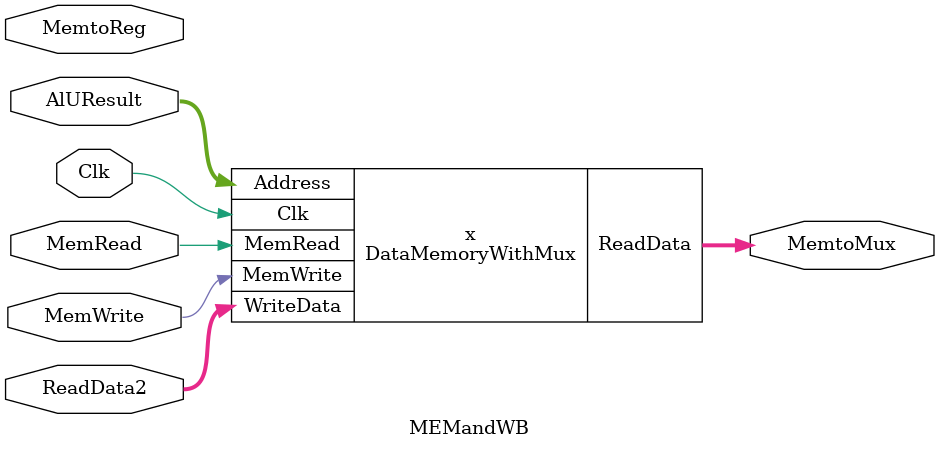
<source format=v>
module mux(input wire[31:0] input_0,input wire[31:0] input_1,input wire selector,output wire[31:0] write_data);

assign write_data=(selector==0)? input_0:
		  (selector==1)?input_1:0;

endmodule 

module DataMemoryWithMux (Clk,MemWrite,Address,WriteData,ReadData,MemRead);
input MemWrite,Clk,MemRead;
input [31:0] Address;
input [31:0]WriteData;
output reg [31:0] ReadData;
parameter MemDepth = (2**8)-1;
reg [31:0] memory [0:MemDepth];

initial begin
		memory[0]  <= 15;
		memory[1]  <= 8;
		memory[2]  <= 0;
		memory[3]  <= 0;
		memory[4]  <= 0;
		memory[5]  <= 0;
		memory[6]  <= 0;
		memory[7]  <= 0;
		memory[8]  <= 0;
		memory[9]  <= 0;
		memory[10] <= 0;
		memory[11] <= 0;
		memory[12] <= 0;
		memory[13] <= 0;
		memory[14] <= 0;
		memory[15] <= 0;
		memory[16] <= 0;
		memory[17] <= 0;
		memory[18] <= 44;
		memory[19] <= 0;
		memory[20] <= 0;
		memory[21] <= 0;
		memory[22] <= 0;
		memory[23] <= 0;
		memory[24] <= 0;
		memory[25] <= 0;
		memory[26] <= 0;
		memory[27] <= 0;
		memory[35] <= 77;
		memory[29] <= 0;
		memory[44] <= 0;
		memory[45] <= 47;
		memory[46] <= 50;
		memory[246] <= 250;
end


always @(negedge Clk) begin
  if (MemWrite == 1'b1) begin
    memory[Address] <= WriteData;
  end
  // Use memread to indicate a valid address is on the line and read the memory into a register at that address when memread is asserted
  if (MemRead == 1'b1) begin
    ReadData <= memory[Address];
  end
end

endmodule



module MEMandWB( AlUResult, ReadData2, MemtoReg ,MemRead,MemWrite,Clk,MemtoMux);
input wire  MemWrite,Clk,MemRead,MemtoReg;
input wire [31:0] AlUResult;
input wire [31:0] ReadData2;

output wire [31:0] MemtoMux;

DataMemoryWithMux x(Clk,MemWrite,AlUResult,ReadData2,MemtoMux,MemRead);

endmodule




</source>
